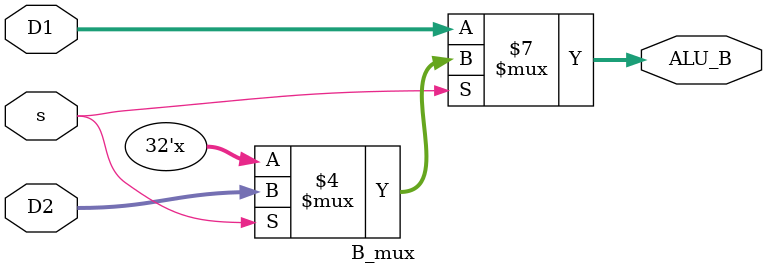
<source format=v>
`timescale 1ns / 1ps

module B_mux(
    input [31:0] D1,
    input [31:0] D2,
    input s,
    output reg [31:0] ALU_B
    );
    always@* begin
        if(s==0) ALU_B<=D1;
        else if(s==1) ALU_B<=D2;
    end
endmodule
</source>
